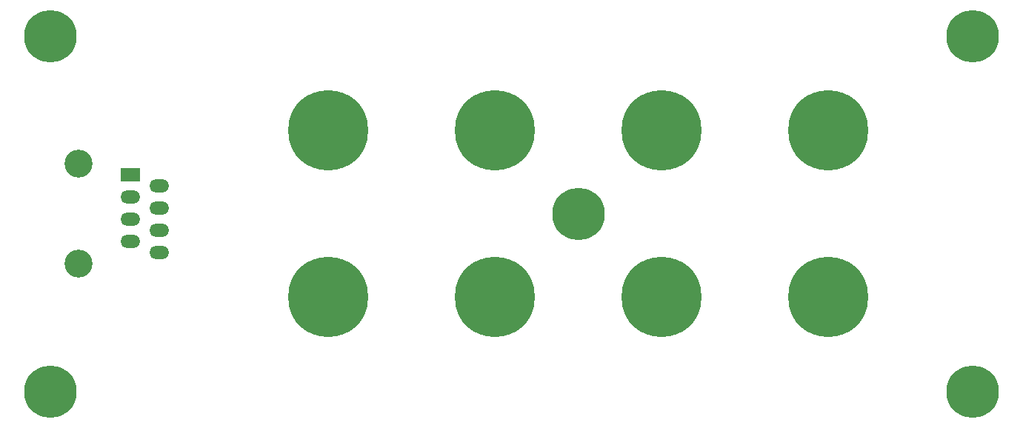
<source format=gts>
G04 (created by PCBNEW (2013-07-07 BZR 4022)-stable) date 6/30/2014 12:53:30 AM*
%MOIN*%
G04 Gerber Fmt 3.4, Leading zero omitted, Abs format*
%FSLAX34Y34*%
G01*
G70*
G90*
G04 APERTURE LIST*
%ADD10C,0.00590551*%
%ADD11C,0.23622*%
%ADD12C,0.36*%
%ADD13R,0.0885X0.059*%
%ADD14O,0.0885X0.059*%
%ADD15C,0.125984*%
G04 APERTURE END LIST*
G54D10*
G54D11*
X52250Y-43750D03*
X52250Y-59750D03*
X93750Y-43750D03*
X93750Y-59750D03*
G54D12*
X64750Y-48000D03*
X64750Y-55500D03*
X72250Y-48000D03*
X72250Y-55500D03*
X79750Y-48000D03*
X79750Y-55500D03*
X87250Y-48000D03*
X87250Y-55500D03*
G54D13*
X55852Y-50000D03*
G54D14*
X55852Y-51000D03*
X57147Y-50500D03*
X57147Y-51500D03*
G54D15*
X53500Y-54000D03*
X53500Y-49500D03*
G54D14*
X57147Y-52500D03*
X55852Y-52000D03*
X55852Y-53000D03*
X57147Y-53500D03*
G54D11*
X76000Y-51750D03*
M02*

</source>
